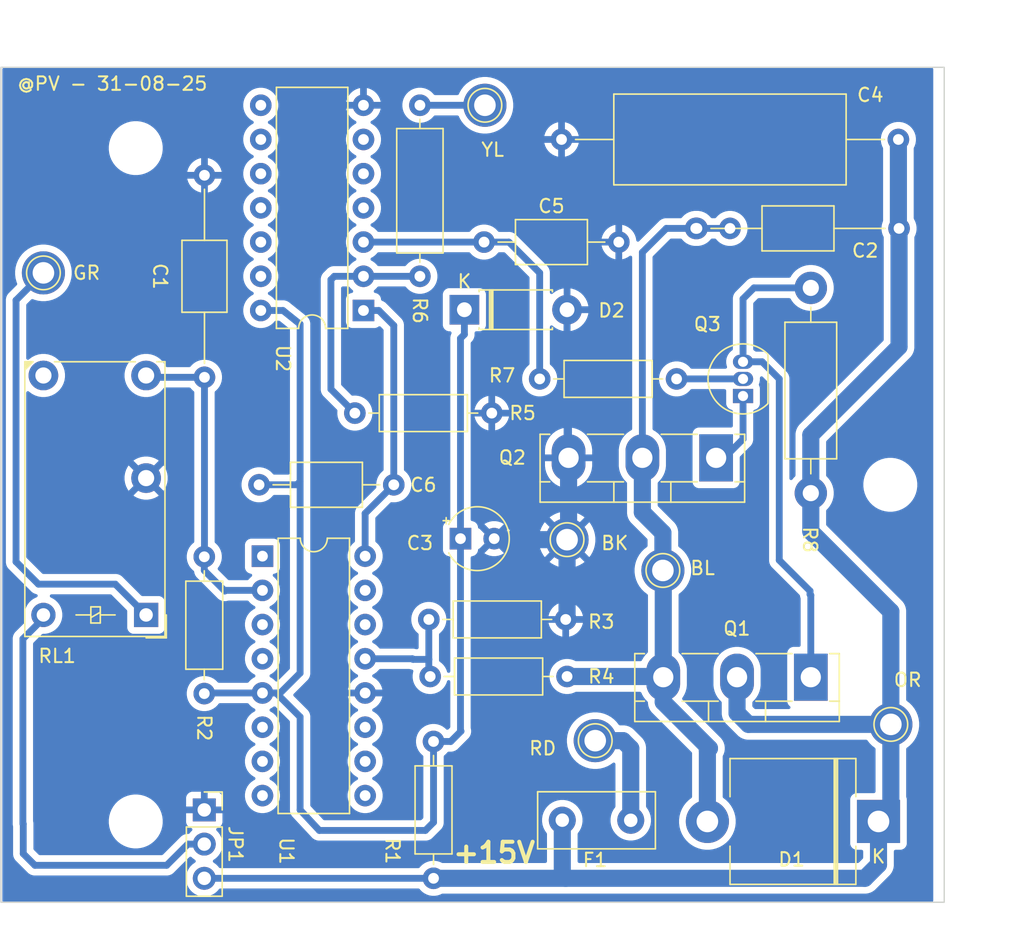
<source format=kicad_pcb>
(kicad_pcb (version 20241229) (generator "pcbnew") (generator_version "9.0")
  (title_block (title "Clone Commande KA") (date "2024-05-31") (rev "1") (company "Pascal Verdet"))
  (layers (0 "F.Cu" signal) (2 "B.Cu" signal) (13 "F.Paste" user) (15 "B.Paste" user) (5 "F.SilkS" user "F.Silkscreen") (7 "B.SilkS" user "B.Silkscreen") (1 "F.Mask" user) (3 "B.Mask" user) (25 "Edge.Cuts" user))
  (net 0 "")
  (net 1 "Net-(U1-D0)")
  (net 2 "GND")
  (net 3 "+15V")
  (net 4 "VCC")
  (net 5 "Net-(C5-Pad1)")
  (net 6 "Net-(U1-Q0)")
  (net 7 "Net-(BL1-Pin_1)")
  (net 8 "Net-(RD1-Pin_1)")
  (net 9 "Net-(GR1-Pin_1)")
  (net 10 "Net-(JP1-C)")
  (net 11 "Net-(Q1-B)")
  (net 12 "Net-(Q2-B)")
  (net 13 "Net-(Q3-B)")
  (net 14 "Net-(U1-E01)")
  (net 15 "Net-(R5-Pad1)")
  (net 28 "Net-(YL1-Pin_1)")
  (footprint "Resistor_THT:R_Axial_DIN0207_L6.3mm_D2.5mm_P10.16mm_Horizontal" (layer "F.Cu") (at 114.986 115.506 90)
    (property "Reference" "R2" (at -2.54 0 270) (layer "F.SilkS"))
    (property "Value" "1k")
    (fp_line (start 8.35 -1.37) (end 1.81 -1.37) (stroke (width 0.12)) (layer "F.SilkS"))
    (fp_line (start 1.81 -1.37) (end 1.81 1.37) (stroke (width 0.12)) (layer "F.SilkS"))
    (fp_line (start 9.12 0) (end 8.35 0) (stroke (width 0.12)) (layer "F.SilkS"))
    (fp_line (start 1.04 0) (end 1.81 0) (stroke (width 0.12)) (layer "F.SilkS"))
    (fp_line (start 8.35 1.37) (end 8.35 -1.37) (stroke (width 0.12)) (layer "F.SilkS"))
    (fp_line (start 1.81 1.37) (end 8.35 1.37) (stroke (width 0.12)) (layer "F.SilkS"))
    (pad "1" thru_hole circle (at 0 0 90) (size 1.6 1.6) (drill 0.8) (layers "*.Cu" "*.Mask") (net 4 "VCC"))
    (pad "2" thru_hole oval (at 10.16 0 90) (size 1.6 1.6) (drill 0.8) (layers "*.Cu" "*.Mask") (net 1 "Net-(U1-D0)"))
  )
  (footprint "MountingHole:MountingHole_3.5mm" (layer "F.Cu") (at 109.9 125)
    (property "Reference" "H2" (hide yes))
    (property "Value" "MountingHole")
    (pad "" np_thru_hole circle (at 0 0) (size 3.5 3.5) (drill 3.5) (layers "*.Cu" "*.Mask"))
  )
  (footprint "Diode_THT:D_P600_R-6_P12.70mm_Horizontal" (layer "F.Cu") (at 165.024 125 180)
    (property "Reference" "D1" (at 6.45 -2.825 180) (layer "F.SilkS"))
    (property "Value" "GI752")
    (fp_line (start 11.02 4.67) (end 11.02 1.84) (stroke (width 0.12)) (layer "F.SilkS"))
    (fp_line (start 11.02 -4.67) (end 11.02 -1.84) (stroke (width 0.12)) (layer "F.SilkS"))
    (fp_line (start 3.285 -4.67) (end 3.285 4.67) (stroke (width 0.12)) (layer "F.SilkS"))
    (fp_line (start 3.165 -4.67) (end 3.165 4.67) (stroke (width 0.12)) (layer "F.SilkS"))
    (fp_line (start 3.045 -4.67) (end 3.045 4.67) (stroke (width 0.12)) (layer "F.SilkS"))
    (fp_line (start 1.68 4.67) (end 11.02 4.67) (stroke (width 0.12)) (layer "F.SilkS"))
    (fp_line (start 1.68 1.84) (end 1.68 4.67) (stroke (width 0.12)) (layer "F.SilkS"))
    (fp_line (start 1.68 -1.84) (end 1.68 -4.67) (stroke (width 0.12)) (layer "F.SilkS"))
    (fp_line (start 1.68 -4.67) (end 11.02 -4.67) (stroke (width 0.12)) (layer "F.SilkS"))
    (fp_text user "K" (at 0 -2.6 180) (layer "F.SilkS"))
    (pad "1" thru_hole rect (at 0 0 180) (size 3.2 3.2) (drill 1.6) (layers "*.Cu" "*.Mask") (net 3 "+15V"))
    (pad "2" thru_hole oval (at 12.7 0 180) (size 3.2 3.2) (drill 1.6) (layers "*.Cu" "*.Mask") (net 7 "Net-(BL1-Pin_1)"))
  )
  (footprint "Package_TO_SOT_THT:TO-218-3_Vertical" (layer "F.Cu") (at 152.973 98 180)
    (property "Reference" "Q2" (at 15.127 0.02 0) (layer "F.SilkS"))
    (property "Value" "TIP141")
    (fp_line (start 13.065 -3.29) (end 13.065 1.75) (stroke (width 0.12)) (layer "F.SilkS"))
    (fp_line (start 12.35 1.75) (end 13.065 1.75) (stroke (width 0.12)) (layer "F.SilkS"))
    (fp_line (start 12.35 -1.78) (end 13.065 -1.78) (stroke (width 0.12)) (layer "F.SilkS"))
    (fp_line (start 7.59 -3.29) (end 7.59 -1.78) (stroke (width 0.12)) (layer "F.SilkS"))
    (fp_line (start 6.875 1.75) (end 9.55 1.75) (stroke (width 0.12)) (layer "F.SilkS"))
    (fp_line (start 6.875 -1.78) (end 9.55 -1.78) (stroke (width 0.12)) (layer "F.SilkS"))
    (fp_line (start 3.36 -3.29) (end 3.36 -1.78) (stroke (width 0.12)) (layer "F.SilkS"))
    (fp_line (start 1.4 1.75) (end 4.075 1.75) (stroke (width 0.12)) (layer "F.SilkS"))
    (fp_line (start 1.4 -1.78) (end 4.075 -1.78) (stroke (width 0.12)) (layer "F.SilkS"))
    (fp_line (start -2.115 1.75) (end -1.4 1.75) (stroke (width 0.12)) (layer "F.SilkS"))
    (fp_line (start -2.115 -1.78) (end -1.4 -1.78) (stroke (width 0.12)) (layer "F.SilkS"))
    (fp_line (start -2.115 -3.29) (end 13.065 -3.29) (stroke (width 0.12)) (layer "F.SilkS"))
    (fp_line (start -2.115 -3.29) (end -2.115 1.75) (stroke (width 0.12)) (layer "F.SilkS"))
    (pad "1" thru_hole rect (at 0 0 180) (size 2.5 3.5) (drill 1.5) (layers "*.Cu" "*.Mask") (net 12 "Net-(Q2-B)"))
    (pad "2" thru_hole oval (at 5.475 0 180) (size 2.5 3.5) (drill 1.5) (layers "*.Cu" "*.Mask") (net 7 "Net-(BL1-Pin_1)"))
    (pad "3" thru_hole oval (at 10.95 0 180) (size 2.5 3.5) (drill 1.5) (layers "*.Cu" "*.Mask") (net 2 "GND"))
  )
  (footprint "MountingHole:MountingHole_3.5mm" (layer "F.Cu") (at 109.9 75)
    (property "Reference" "H1" (hide yes))
    (property "Value" "MountingHole")
    (pad "" np_thru_hole circle (at 0 0) (size 3.5 3.5) (drill 3.5) (layers "*.Cu" "*.Mask"))
  )
  (footprint "Connector_Pin:Pin_D1.0mm_L10.0mm" (layer "F.Cu") (at 141.91 104.076)
    (property "Reference" "BK1" (hide yes))
    (property "Value" "BLACK")
    (fp_circle (center 0 0) (end 1.25 0.05) (stroke (width 0.12)) (fill no) (layer "F.SilkS"))
    (pad "1" thru_hole circle (at 0 0) (size 3.2 3.2) (drill 1.6) (layers "*.Cu" "*.Mask") (net 2 "GND"))
  )
  (footprint "Resistor_THT:R_Axial_DIN0207_L6.3mm_D2.5mm_P10.16mm_Horizontal" (layer "F.Cu") (at 131.65 110)
    (property "Reference" "R3" (at 12.8 0.172 0) (layer "F.SilkS"))
    (property "Value" "1k")
    (fp_line (start 1.04 0) (end 1.81 0) (stroke (width 0.12)) (layer "F.SilkS"))
    (fp_line (start 1.81 -1.37) (end 1.81 1.37) (stroke (width 0.12)) (layer "F.SilkS"))
    (fp_line (start 1.81 1.37) (end 8.35 1.37) (stroke (width 0.12)) (layer "F.SilkS"))
    (fp_line (start 8.35 -1.37) (end 1.81 -1.37) (stroke (width 0.12)) (layer "F.SilkS"))
    (fp_line (start 8.35 1.37) (end 8.35 -1.37) (stroke (width 0.12)) (layer "F.SilkS"))
    (fp_line (start 9.12 0) (end 8.35 0) (stroke (width 0.12)) (layer "F.SilkS"))
    (pad "1" thru_hole circle (at 0 0) (size 1.6 1.6) (drill 0.8) (layers "*.Cu" "*.Mask") (net 14 "Net-(U1-E01)"))
    (pad "2" thru_hole oval (at 10.16 0) (size 1.6 1.6) (drill 0.8) (layers "*.Cu" "*.Mask") (net 2 "GND"))
  )
  (footprint "Connector_Pin:Pin_D1.0mm_L10.0mm" (layer "F.Cu") (at 135.814 71.818)
    (property "Reference" "YL1" (hide yes))
    (property "Value" "YELLOW")
    (fp_circle (center 0 0) (end 1.25 0.05) (stroke (width 0.12)) (fill no) (layer "F.SilkS"))
    (pad "1" thru_hole circle (at 0 0) (size 3.2 3.2) (drill 1.6) (layers "*.Cu" "*.Mask") (net 28 "Net-(YL1-Pin_1)"))
  )
  (footprint "Connector_Pin:Pin_D1.0mm_L10.0mm" (layer "F.Cu") (at 144 119)
    (property "Reference" "RD1" (hide yes))
    (property "Value" "RED")
    (fp_circle (center 0 0) (end 1.25 0.05) (stroke (width 0.12)) (fill no) (layer "F.SilkS"))
    (pad "1" thru_hole circle (at 0 0) (size 3.2 3.2) (drill 1.6) (layers "*.Cu" "*.Mask") (net 8 "Net-(RD1-Pin_1)"))
  )
  (footprint "Package_DIP:DIP-14_W7.62mm" (layer "F.Cu") (at 126.8 87.058 180)
    (property "Reference" "U2" (at 5.972 -3.556 270) (layer "F.SilkS"))
    (property "Value" "74LS86")
    (fp_line (start 6.46 16.57) (end 6.46 -1.33) (stroke (width 0.12)) (layer "F.SilkS"))
    (fp_line (start 6.46 -1.33) (end 4.81 -1.33) (stroke (width 0.12)) (layer "F.SilkS"))
    (fp_line (start 2.81 -1.33) (end 1.16 -1.33) (stroke (width 0.12)) (layer "F.SilkS"))
    (fp_line (start 1.16 16.57) (end 6.46 16.57) (stroke (width 0.12)) (layer "F.SilkS"))
    (fp_line (start 1.16 -1.33) (end 1.16 16.57) (stroke (width 0.12)) (layer "F.SilkS"))
    (fp_arc (start 4.81 -1.33) (mid 3.81 -0.33) (end 2.81 -1.33) (stroke (width 0.12)) (layer "F.SilkS"))
    (pad "1" thru_hole rect (at 0 0 180) (size 1.6 1.6) (drill 0.8) (layers "*.Cu" "*.Mask") (net 6 "Net-(U1-Q0)"))
    (pad "2" thru_hole oval (at 0 2.54 180) (size 1.6 1.6) (drill 0.8) (layers "*.Cu" "*.Mask") (net 15 "Net-(R5-Pad1)"))
    (pad "3" thru_hole oval (at 0 5.08 180) (size 1.6 1.6) (drill 0.8) (layers "*.Cu" "*.Mask") (net 5 "Net-(C5-Pad1)"))
    (pad "4" thru_hole oval (at 0 7.62 180) (size 1.6 1.6) (drill 0.8) (layers "*.Cu" "*.Mask"))
    (pad "5" thru_hole oval (at 0 10.16 180) (size 1.6 1.6) (drill 0.8) (layers "*.Cu" "*.Mask"))
    (pad "6" thru_hole oval (at 0 12.7 180) (size 1.6 1.6) (drill 0.8) (layers "*.Cu" "*.Mask"))
    (pad "7" thru_hole oval (at 0 15.24 180) (size 1.6 1.6) (drill 0.8) (layers "*.Cu" "*.Mask") (net 2 "GND"))
    (pad "8" thru_hole oval (at 7.62 15.24 180) (size 1.6 1.6) (drill 0.8) (layers "*.Cu" "*.Mask"))
    (pad "9" thru_hole oval (at 7.62 12.7 180) (size 1.6 1.6) (drill 0.8) (layers "*.Cu" "*.Mask"))
    (pad "10" thru_hole oval (at 7.62 10.16 180) (size 1.6 1.6) (drill 0.8) (layers "*.Cu" "*.Mask"))
    (pad "11" thru_hole oval (at 7.62 7.62 180) (size 1.6 1.6) (drill 0.8) (layers "*.Cu" "*.Mask"))
    (pad "12" thru_hole oval (at 7.62 5.08 180) (size 1.6 1.6) (drill 0.8) (layers "*.Cu" "*.Mask"))
    (pad "13" thru_hole oval (at 7.62 2.54 180) (size 1.6 1.6) (drill 0.8) (layers "*.Cu" "*.Mask"))
    (pad "14" thru_hole oval (at 7.62 0 180) (size 1.6 1.6) (drill 0.8) (layers "*.Cu" "*.Mask") (net 4 "VCC"))
  )
  (footprint "MountingHole:MountingHole_3.5mm" (layer "F.Cu") (at 165.9 100)
    (property "Reference" "H3" (hide yes))
    (property "Value" "MountingHole")
    (pad "" np_thru_hole circle (at 0 0) (size 3.5 3.5) (drill 3.5) (layers "*.Cu" "*.Mask"))
  )
  (footprint "Fuse:Fuse_Littelfuse_395Series" (layer "F.Cu") (at 146.636 124.914 180)
    (property "Reference" "F1" (at 2.65 -2.95 0) (layer "F.SilkS"))
    (property "Value" "Polyfuse")
    (fp_line (start 6.91 2.12) (end 6.91 -2.12) (stroke (width 0.12)) (layer "F.SilkS"))
    (fp_line (start 6.91 2.12) (end -1.83 2.12) (stroke (width 0.12)) (layer "F.SilkS"))
    (fp_line (start -1.83 -2.12) (end 6.91 -2.12) (stroke (width 0.12)) (layer "F.SilkS"))
    (fp_line (start -1.83 -2.12) (end -1.83 2.12) (stroke (width 0.12)) (layer "F.SilkS"))
    (pad "1" thru_hole circle (at 0 0 180) (size 2 2) (drill 1) (layers "*.Cu" "*.Mask") (net 8 "Net-(RD1-Pin_1)"))
    (pad "2" thru_hole circle (at 5.08 0.01 180) (size 2 2) (drill 1) (layers "*.Cu" "*.Mask") (net 3 "+15V"))
  )
  (footprint "Capacitor_THT:C_Axial_L5.1mm_D3.1mm_P15.00mm_Horizontal" (layer "F.Cu") (at 166.548 80.962 180)
    (property "Reference" "C2" (at 2.513 -1.651 180) (layer "F.SilkS"))
    (property "Value" "0.1µF, 63V")
    (fp_line (start 13.96 0) (end 10.17 0) (stroke (width 0.12)) (layer "F.SilkS"))
    (fp_line (start 10.17 1.67) (end 10.17 -1.67) (stroke (width 0.12)) (layer "F.SilkS"))
    (fp_line (start 10.17 -1.67) (end 4.83 -1.67) (stroke (width 0.12)) (layer "F.SilkS"))
    (fp_line (start 4.83 1.67) (end 10.17 1.67) (stroke (width 0.12)) (layer "F.SilkS"))
    (fp_line (start 4.83 -1.67) (end 4.83 1.67) (stroke (width 0.12)) (layer "F.SilkS"))
    (fp_line (start 1.04 0) (end 4.83 0) (stroke (width 0.12)) (layer "F.SilkS"))
    (pad "1" thru_hole circle (at 0 0 180) (size 1.6 1.6) (drill 0.8) (layers "*.Cu" "*.Mask") (net 3 "+15V"))
    (pad "2" thru_hole oval (at 15 0 180) (size 1.6 1.6) (drill 0.8) (layers "*.Cu" "*.Mask") (net 7 "Net-(BL1-Pin_1)"))
  )
  (footprint "Resistor_THT:R_Axial_DIN0207_L6.3mm_D2.5mm_P10.16mm_Horizontal" (layer "F.Cu") (at 132 129.222 90)
    (property "Reference" "R1" (at 2.032 -3.044 270) (layer "F.SilkS"))
    (property "Value" "390, 1W")
    (fp_line (start 8.35 -1.37) (end 1.81 -1.37) (stroke (width 0.12)) (layer "F.SilkS"))
    (fp_line (start 1.81 -1.37) (end 1.81 1.37) (stroke (width 0.12)) (layer "F.SilkS"))
    (fp_line (start 9.12 0) (end 8.35 0) (stroke (width 0.12)) (layer "F.SilkS"))
    (fp_line (start 1.04 0) (end 1.81 0) (stroke (width 0.12)) (layer "F.SilkS"))
    (fp_line (start 8.35 1.37) (end 8.35 -1.37) (stroke (width 0.12)) (layer "F.SilkS"))
    (fp_line (start 1.81 1.37) (end 8.35 1.37) (stroke (width 0.12)) (layer "F.SilkS"))
    (pad "1" thru_hole circle (at 0 0 90) (size 1.6 1.6) (drill 0.8) (layers "*.Cu" "*.Mask") (net 3 "+15V"))
    (pad "2" thru_hole oval (at 10.16 0 90) (size 1.6 1.6) (drill 0.8) (layers "*.Cu" "*.Mask") (net 4 "VCC"))
  )
  (footprint "Capacitor_THT:C_Axial_L5.1mm_D3.1mm_P10.00mm_Horizontal" (layer "F.Cu") (at 135.75 81.978)
    (property "Reference" "C5" (at 5 -2.67 0) (layer "F.SilkS"))
    (property "Value" "0.1µF, 250V")
    (fp_line (start 1.04 0) (end 2.33 0) (stroke (width 0.12)) (layer "F.SilkS"))
    (fp_line (start 2.33 -1.67) (end 2.33 1.67) (stroke (width 0.12)) (layer "F.SilkS"))
    (fp_line (start 2.33 1.67) (end 7.67 1.67) (stroke (width 0.12)) (layer "F.SilkS"))
    (fp_line (start 7.67 -1.67) (end 2.33 -1.67) (stroke (width 0.12)) (layer "F.SilkS"))
    (fp_line (start 7.67 1.67) (end 7.67 -1.67) (stroke (width 0.12)) (layer "F.SilkS"))
    (fp_line (start 8.96 0) (end 7.67 0) (stroke (width 0.12)) (layer "F.SilkS"))
    (pad "1" thru_hole circle (at 0 0) (size 1.6 1.6) (drill 0.8) (layers "*.Cu" "*.Mask") (net 5 "Net-(C5-Pad1)"))
    (pad "2" thru_hole oval (at 10 0) (size 1.6 1.6) (drill 0.8) (layers "*.Cu" "*.Mask") (net 2 "GND"))
  )
  (footprint "" (layer "F.Cu") (at 154.002 80.962)
    (property "Reference" "" (at 0 0 0) (layer "F.SilkS") (effects (font (size 1.27 1.27))))
    (property "Value" "" (at 0 0 0) (layer "F.SilkS") (effects (font (size 1.27 1.27))))
    (pad "2" thru_hole oval (at 0 0 180) (size 1.6 1.6) (drill 0.8) (layers "*.Cu" "*.Mask") (net 7 "Net-(BL1-Pin_1)"))
  )
  (footprint "Package_TO_SOT_THT:TO-218-3_Vertical" (layer "F.Cu") (at 160 114.288 180)
    (property "Reference" "Q1" (at 5.49 3.608 0) (layer "F.SilkS"))
    (property "Value" "TIP141")
    (fp_line (start 13.065 -3.29) (end 13.065 1.75) (stroke (width 0.12)) (layer "F.SilkS"))
    (fp_line (start 12.35 1.75) (end 13.065 1.75) (stroke (width 0.12)) (layer "F.SilkS"))
    (fp_line (start 12.35 -1.78) (end 13.065 -1.78) (stroke (width 0.12)) (layer "F.SilkS"))
    (fp_line (start 7.59 -3.29) (end 7.59 -1.78) (stroke (width 0.12)) (layer "F.SilkS"))
    (fp_line (start 6.875 1.75) (end 9.55 1.75) (stroke (width 0.12)) (layer "F.SilkS"))
    (fp_line (start 6.875 -1.78) (end 9.55 -1.78) (stroke (width 0.12)) (layer "F.SilkS"))
    (fp_line (start 3.36 -3.29) (end 3.36 -1.78) (stroke (width 0.12)) (layer "F.SilkS"))
    (fp_line (start 1.4 1.75) (end 4.075 1.75) (stroke (width 0.12)) (layer "F.SilkS"))
    (fp_line (start 1.4 -1.78) (end 4.075 -1.78) (stroke (width 0.12)) (layer "F.SilkS"))
    (fp_line (start -2.115 1.75) (end -1.4 1.75) (stroke (width 0.12)) (layer "F.SilkS"))
    (fp_line (start -2.115 -1.78) (end -1.4 -1.78) (stroke (width 0.12)) (layer "F.SilkS"))
    (fp_line (start -2.115 -3.29) (end 13.065 -3.29) (stroke (width 0.12)) (layer "F.SilkS"))
    (fp_line (start -2.115 -3.29) (end -2.115 1.75) (stroke (width 0.12)) (layer "F.SilkS"))
    (pad "1" thru_hole rect (at 0 0 180) (size 2.5 3.5) (drill 1.5) (layers "*.Cu" "*.Mask") (net 11 "Net-(Q1-B)"))
    (pad "2" thru_hole oval (at 5.475 0 180) (size 2.5 3.5) (drill 1.5) (layers "*.Cu" "*.Mask") (net 3 "+15V"))
    (pad "3" thru_hole oval (at 10.95 0 180) (size 2.5 3.5) (drill 1.5) (layers "*.Cu" "*.Mask") (net 7 "Net-(BL1-Pin_1)"))
  )
  (footprint "Resistor_THT:R_Axial_DIN0207_L6.3mm_D2.5mm_P10.16mm_Horizontal" (layer "F.Cu") (at 141.91 114.236 180)
    (property "Reference" "R4" (at -2.54 0 0) (layer "F.SilkS"))
    (property "Value" "2k4, 1/2W")
    (fp_line (start 9.12 0) (end 8.35 0) (stroke (width 0.12)) (layer "F.SilkS"))
    (fp_line (start 8.35 1.37) (end 8.35 -1.37) (stroke (width 0.12)) (layer "F.SilkS"))
    (fp_line (start 8.35 -1.37) (end 1.81 -1.37) (stroke (width 0.12)) (layer "F.SilkS"))
    (fp_line (start 1.81 1.37) (end 8.35 1.37) (stroke (width 0.12)) (layer "F.SilkS"))
    (fp_line (start 1.81 -1.37) (end 1.81 1.37) (stroke (width 0.12)) (layer "F.SilkS"))
    (fp_line (start 1.04 0) (end 1.81 0) (stroke (width 0.12)) (layer "F.SilkS"))
    (pad "1" thru_hole circle (at 0 0 180) (size 1.6 1.6) (drill 0.8) (layers "*.Cu" "*.Mask") (net 7 "Net-(BL1-Pin_1)"))
    (pad "2" thru_hole oval (at 10.16 0 180) (size 1.6 1.6) (drill 0.8) (layers "*.Cu" "*.Mask") (net 14 "Net-(U1-E01)"))
  )
  (footprint "Connector_Pin:Pin_D1.0mm_L10.0mm" (layer "F.Cu") (at 103.048 84.264)
    (property "Reference" "GR1" (hide yes))
    (property "Value" "GREEN")
    (fp_circle (center 0 0) (end 1.25 0.05) (stroke (width 0.12)) (fill no) (layer "F.SilkS"))
    (pad "1" thru_hole circle (at 0 0) (size 3.2 3.2) (drill 1.6) (layers "*.Cu" "*.Mask") (net 9 "Net-(GR1-Pin_1)"))
  )
  (footprint "Package_TO_SOT_THT:TO-92_Inline" (layer "F.Cu") (at 154.97 93.408 90)
    (property "Reference" "Q3" (at 5.334 -2.646 180) (layer "F.SilkS"))
    (property "Value" "2N3904")
    (fp_line (start -0.53 1.85) (end 3.07 1.85) (stroke (width 0.12)) (layer "F.SilkS"))
    (fp_arc (start 1.27 -2.6) (mid 3.672087 -0.994977) (end 3.108478 1.838478) (stroke (width 0.12)) (layer "F.SilkS"))
    (fp_arc (start -0.568478 1.838478) (mid -1.132087 -0.994977) (end 1.27 -2.6) (stroke (width 0.12)) (layer "F.SilkS"))
    (pad "1" thru_hole rect (at 0 0 90) (size 1.05 1.5) (drill 0.75) (layers "*.Cu" "*.Mask") (net 12 "Net-(Q2-B)"))
    (pad "2" thru_hole oval (at 1.27 0 90) (size 1.05 1.5) (drill 0.75) (layers "*.Cu" "*.Mask") (net 13 "Net-(Q3-B)"))
    (pad "3" thru_hole oval (at 2.54 0 90) (size 1.05 1.5) (drill 0.75) (layers "*.Cu" "*.Mask") (net 11 "Net-(Q1-B)"))
  )
  (footprint "Connector_Pin:Pin_D1.0mm_L10.0mm" (layer "F.Cu") (at 149.022 106.362)
    (property "Reference" "BL1" (hide yes))
    (property "Value" "BLUE")
    (fp_circle (center 0 0) (end 1.25 0.05) (stroke (width 0.12)) (fill no) (layer "F.SilkS"))
    (pad "1" thru_hole circle (at 0 0) (size 3.2 3.2) (drill 1.6) (layers "*.Cu" "*.Mask") (net 7 "Net-(BL1-Pin_1)"))
  )
  (footprint "Relay_THT:Relay_SPDT_Finder_32.21-x000" (layer "F.Cu") (at 110.668 109.664 90)
    (property "Reference" "RL1" (at -3.048 -6.604 180) (layer "F.SilkS"))
    (property "Value" "FINDER-32.21-x000")
    (fp_line (start 18.8 -9) (end 18.8 -8.4) (stroke (width 0.12)) (layer "F.SilkS"))
    (fp_line (start 18.6 -9) (end 18.8 -8.8) (stroke (width 0.12)) (layer "F.SilkS"))
    (fp_line (start 18.2 -9) (end 18.8 -8.4) (stroke (width 0.12)) (layer "F.SilkS"))
    (fp_line (start -1.6 -9) (end 18.8 -9) (stroke (width 0.12)) (layer "F.SilkS"))
    (fp_line (start 18.8 -8.7) (end 18.4 -9) (stroke (width 0.12)) (layer "F.SilkS"))
    (fp_line (start 18.8 -8.6) (end 18.4 -9) (stroke (width 0.12)) (layer "F.SilkS"))
    (fp_line (start 18.8 -8.5) (end 18.3 -9) (stroke (width 0.12)) (layer "F.SilkS"))
    (fp_line (start 18.8 -6.8) (end 18.8 -0.8) (stroke (width 0.12)) (layer "F.SilkS"))
    (fp_line (start 0.6 -4.1) (end -0.6 -4.1) (stroke (width 0.12)) (layer "F.SilkS"))
    (fp_line (start 0 -4.1) (end 0 -5.2) (stroke (width 0.12)) (layer "F.SilkS"))
    (fp_line (start -0.6 -4.1) (end -0.6 -3.4) (stroke (width 0.12)) (layer "F.SilkS"))
    (fp_line (start 0.6 -3.4) (end 0.6 -4.1) (stroke (width 0.12)) (layer "F.SilkS"))
    (fp_line (start 0.2 -3.4) (end -0.2 -4.1) (stroke (width 0.12)) (layer "F.SilkS"))
    (fp_line (start 0 -3.4) (end 0 -2.3) (stroke (width 0.12)) (layer "F.SilkS"))
    (fp_line (start -0.6 -3.4) (end 0.6 -3.4) (stroke (width 0.12)) (layer "F.SilkS"))
    (fp_line (start 18.8 0.8) (end 18.8 1.4) (stroke (width 0.12)) (layer "F.SilkS"))
    (fp_line (start 18.8 1.4) (end -1.6 1.4) (stroke (width 0.12)) (layer "F.SilkS"))
    (fp_line (start -1.6 1.4) (end -1.6 -9) (stroke (width 0.12)) (layer "F.SilkS"))
    (fp_line (start 0 1.5) (end -1.7 1.5) (stroke (width 0.12)) (layer "F.SilkS"))
    (fp_line (start -1.7 1.5) (end -1.7 0) (stroke (width 0.12)) (layer "F.SilkS"))
    (pad "11" thru_hole circle (at 10.16 0 180) (size 2.2 2.2) (drill 1.2) (layers "*.Cu" "*.Mask") (net 2 "GND"))
    (pad "12" thru_hole circle (at 17.78 -7.62 180) (size 2.2 2.2) (drill 1.2) (layers "*.Cu" "*.Mask"))
    (pad "14" thru_hole circle (at 17.78 0 180) (size 2.2 2.2) (drill 1.2) (layers "*.Cu" "*.Mask") (net 1 "Net-(U1-D0)"))
    (pad "A1" thru_hole rect (at 0 0 180) (size 1.8 1.8) (drill 1) (layers "*.Cu" "*.Mask") (net 9 "Net-(GR1-Pin_1)"))
    (pad "A2" thru_hole circle (at 0 -7.62 180) (size 1.8 1.8) (drill 1) (layers "*.Cu" "*.Mask") (net 10 "Net-(JP1-C)"))
  )
  (footprint "Resistor_THT:R_Axial_DIN0411_L9.9mm_D3.6mm_P15.24mm_Horizontal" (layer "F.Cu") (at 160 100.62 90)
    (property "Reference" "R8" (at -3.456 -0.056 270) (layer "F.SilkS"))
    (property "Value" "680, 1W")
    (fp_line (start 12.69 -1.92) (end 2.55 -1.92) (stroke (width 0.12)) (layer "F.SilkS"))
    (fp_line (start 2.55 -1.92) (end 2.55 1.92) (stroke (width 0.12)) (layer "F.SilkS"))
    (fp_line (start 13.8 0) (end 12.69 0) (stroke (width 0.12)) (layer "F.SilkS"))
    (fp_line (start 1.44 0) (end 2.55 0) (stroke (width 0.12)) (layer "F.SilkS"))
    (fp_line (start 12.69 1.92) (end 12.69 -1.92) (stroke (width 0.12)) (layer "F.SilkS"))
    (fp_line (start 2.55 1.92) (end 12.69 1.92) (stroke (width 0.12)) (layer "F.SilkS"))
    (pad "1" thru_hole circle (at 0 0 90) (size 2.4 2.4) (drill 1.2) (layers "*.Cu" "*.Mask") (net 3 "+15V"))
    (pad "2" thru_hole oval (at 15.24 0 90) (size 2.4 2.4) (drill 1.2) (layers "*.Cu" "*.Mask") (net 11 "Net-(Q1-B)"))
  )
  (footprint "Diode_THT:D_DO-41_SOD81_P7.62mm_Horizontal" (layer "F.Cu") (at 134.29 87)
    (property "Reference" "D2" (at 10.922 0.058 0) (layer "F.SilkS"))
    (property "Value" "BZX85C5V1")
    (fp_line (start 1.09 -1.47) (end 6.53 -1.47) (stroke (width 0.12)) (layer "F.SilkS"))
    (fp_line (start 1.09 -1.34) (end 1.09 -1.47) (stroke (width 0.12)) (layer "F.SilkS"))
    (fp_line (start 1.09 1.34) (end 1.09 1.47) (stroke (width 0.12)) (layer "F.SilkS"))
    (fp_line (start 1.09 1.47) (end 6.53 1.47) (stroke (width 0.12)) (layer "F.SilkS"))
    (fp_line (start 1.87 -1.47) (end 1.87 1.47) (stroke (width 0.12)) (layer "F.SilkS"))
    (fp_line (start 1.99 -1.47) (end 1.99 1.47) (stroke (width 0.12)) (layer "F.SilkS"))
    (fp_line (start 2.11 -1.47) (end 2.11 1.47) (stroke (width 0.12)) (layer "F.SilkS"))
    (fp_line (start 6.53 -1.47) (end 6.53 -1.34) (stroke (width 0.12)) (layer "F.SilkS"))
    (fp_line (start 6.53 1.47) (end 6.53 1.34) (stroke (width 0.12)) (layer "F.SilkS"))
    (fp_text user "K" (at 0 -2.1 0) (layer "F.SilkS"))
    (pad "1" thru_hole rect (at 0 0) (size 2.2 2.2) (drill 1.1) (layers "*.Cu" "*.Mask") (net 4 "VCC"))
    (pad "2" thru_hole oval (at 7.62 0) (size 2.2 2.2) (drill 1.1) (layers "*.Cu" "*.Mask") (net 2 "GND"))
  )
  (footprint "Capacitor_THT:C_Axial_L5.1mm_D3.1mm_P10.00mm_Horizontal" (layer "F.Cu") (at 119.05 100)
    (property "Reference" "C6" (at 12.192 0.012 0) (layer "F.SilkS"))
    (property "Value" "0.22µF")
    (fp_line (start 1.04 0) (end 2.33 0) (stroke (width 0.12)) (layer "F.SilkS"))
    (fp_line (start 2.33 -1.67) (end 2.33 1.67) (stroke (width 0.12)) (layer "F.SilkS"))
    (fp_line (start 2.33 1.67) (end 7.67 1.67) (stroke (width 0.12)) (layer "F.SilkS"))
    (fp_line (start 7.67 -1.67) (end 2.33 -1.67) (stroke (width 0.12)) (layer "F.SilkS"))
    (fp_line (start 7.67 1.67) (end 7.67 -1.67) (stroke (width 0.12)) (layer "F.SilkS"))
    (fp_line (start 8.96 0) (end 7.67 0) (stroke (width 0.12)) (layer "F.SilkS"))
    (pad "1" thru_hole circle (at 0 0) (size 1.6 1.6) (drill 0.8) (layers "*.Cu" "*.Mask") (net 4 "VCC"))
    (pad "2" thru_hole oval (at 10 0) (size 1.6 1.6) (drill 0.8) (layers "*.Cu" "*.Mask") (net 6 "Net-(U1-Q0)"))
  )
  (footprint "Package_DIP:DIP-16_W7.62mm" (layer "F.Cu") (at 119.304 105.3)
    (property "Reference" "U1" (at 1.778 21.89 270) (layer "F.SilkS"))
    (property "Value" "74LS75")
    (fp_line (start 1.16 -1.33) (end 1.16 19.11) (stroke (width 0.12)) (layer "F.SilkS"))
    (fp_line (start 1.16 19.11) (end 6.46 19.11) (stroke (width 0.12)) (layer "F.SilkS"))
    (fp_line (start 2.81 -1.33) (end 1.16 -1.33) (stroke (width 0.12)) (layer "F.SilkS"))
    (fp_line (start 6.46 -1.33) (end 4.81 -1.33) (stroke (width 0.12)) (layer "F.SilkS"))
    (fp_line (start 6.46 19.11) (end 6.46 -1.33) (stroke (width 0.12)) (layer "F.SilkS"))
    (fp_arc (start 4.81 -1.33) (mid 3.81 -0.33) (end 2.81 -1.33) (stroke (width 0.12)) (layer "F.SilkS"))
    (pad "1" thru_hole rect (at 0 0) (size 1.6 1.6) (drill 0.8) (layers "*.Cu" "*.Mask"))
    (pad "2" thru_hole oval (at 0 2.54) (size 1.6 1.6) (drill 0.8) (layers "*.Cu" "*.Mask") (net 1 "Net-(U1-D0)"))
    (pad "3" thru_hole oval (at 0 5.08) (size 1.6 1.6) (drill 0.8) (layers "*.Cu" "*.Mask"))
    (pad "4" thru_hole oval (at 0 7.62) (size 1.6 1.6) (drill 0.8) (layers "*.Cu" "*.Mask"))
    (pad "5" thru_hole oval (at 0 10.16) (size 1.6 1.6) (drill 0.8) (layers "*.Cu" "*.Mask") (net 4 "VCC"))
    (pad "6" thru_hole oval (at 0 12.7) (size 1.6 1.6) (drill 0.8) (layers "*.Cu" "*.Mask"))
    (pad "7" thru_hole oval (at 0 15.24) (size 1.6 1.6) (drill 0.8) (layers "*.Cu" "*.Mask"))
    (pad "8" thru_hole oval (at 0 17.78) (size 1.6 1.6) (drill 0.8) (layers "*.Cu" "*.Mask"))
    (pad "9" thru_hole oval (at 7.62 17.78) (size 1.6 1.6) (drill 0.8) (layers "*.Cu" "*.Mask"))
    (pad "10" thru_hole oval (at 7.62 15.24) (size 1.6 1.6) (drill 0.8) (layers "*.Cu" "*.Mask"))
    (pad "11" thru_hole oval (at 7.62 12.7) (size 1.6 1.6) (drill 0.8) (layers "*.Cu" "*.Mask"))
    (pad "12" thru_hole oval (at 7.62 10.16) (size 1.6 1.6) (drill 0.8) (layers "*.Cu" "*.Mask") (net 2 "GND"))
    (pad "13" thru_hole oval (at 7.62 7.62) (size 1.6 1.6) (drill 0.8) (layers "*.Cu" "*.Mask") (net 14 "Net-(U1-E01)"))
    (pad "14" thru_hole oval (at 7.62 5.08) (size 1.6 1.6) (drill 0.8) (layers "*.Cu" "*.Mask"))
    (pad "15" thru_hole oval (at 7.62 2.54) (size 1.6 1.6) (drill 0.8) (layers "*.Cu" "*.Mask"))
    (pad "16" thru_hole oval (at 7.62 0) (size 1.6 1.6) (drill 0.8) (layers "*.Cu" "*.Mask") (net 6 "Net-(U1-Q0)"))
  )
  (footprint "Resistor_THT:R_Axial_DIN0207_L6.3mm_D2.5mm_P10.16mm_Horizontal" (layer "F.Cu") (at 126.162 94.678)
    (property "Reference" "R5" (at 12.446 0 0) (layer "F.SilkS"))
    (property "Value" "1k")
    (fp_line (start 1.04 0) (end 1.81 0) (stroke (width 0.12)) (layer "F.SilkS"))
    (fp_line (start 1.81 -1.37) (end 1.81 1.37) (stroke (width 0.12)) (layer "F.SilkS"))
    (fp_line (start 1.81 1.37) (end 8.35 1.37) (stroke (width 0.12)) (layer "F.SilkS"))
    (fp_line (start 8.35 -1.37) (end 1.81 -1.37) (stroke (width 0.12)) (layer "F.SilkS"))
    (fp_line (start 8.35 1.37) (end 8.35 -1.37) (stroke (width 0.12)) (layer "F.SilkS"))
    (fp_line (start 9.12 0) (end 8.35 0) (stroke (width 0.12)) (layer "F.SilkS"))
    (pad "1" thru_hole circle (at 0 0) (size 1.6 1.6) (drill 0.8) (layers "*.Cu" "*.Mask") (net 15 "Net-(R5-Pad1)"))
    (pad "2" thru_hole oval (at 10.16 0) (size 1.6 1.6) (drill 0.8) (layers "*.Cu" "*.Mask") (net 2 "GND"))
  )
  (footprint "Capacitor_THT:C_Axial_L5.1mm_D3.1mm_P15.00mm_Horizontal" (layer "F.Cu") (at 115 92.018 90)
    (property "Reference" "C1" (at 7.5 -3.289 270) (layer "F.SilkS"))
    (property "Value" "0.22µF")
    (fp_line (start 10.17 -1.67) (end 4.83 -1.67) (stroke (width 0.12)) (layer "F.SilkS"))
    (fp_line (start 4.83 -1.67) (end 4.83 1.67) (stroke (width 0.12)) (layer "F.SilkS"))
    (fp_line (start 13.96 0) (end 10.17 0) (stroke (width 0.12)) (layer "F.SilkS"))
    (fp_line (start 1.04 0) (end 4.83 0) (stroke (width 0.12)) (layer "F.SilkS"))
    (fp_line (start 10.17 1.67) (end 10.17 -1.67) (stroke (width 0.12)) (layer "F.SilkS"))
    (fp_line (start 4.83 1.67) (end 10.17 1.67) (stroke (width 0.12)) (layer "F.SilkS"))
    (pad "1" thru_hole circle (at 0 0 90) (size 1.6 1.6) (drill 0.8) (layers "*.Cu" "*.Mask") (net 1 "Net-(U1-D0)"))
    (pad "2" thru_hole oval (at 15 0 90) (size 1.6 1.6) (drill 0.8) (layers "*.Cu" "*.Mask") (net 2 "GND"))
  )
  (footprint "" (layer "F.Cu") (at 151.462 80.962)
    (property "Reference" "" (at 0 0 0) (layer "F.SilkS") (effects (font (size 1.27 1.27))))
    (property "Value" "" (at 0 0 0) (layer "F.SilkS") (effects (font (size 1.27 1.27))))
    (pad "2" thru_hole oval (at 0 0 180) (size 1.6 1.6) (drill 0.8) (layers "*.Cu" "*.Mask") (net 7 "Net-(BL1-Pin_1)"))
  )
  (footprint "Capacitor_THT:CP_Radial_Tantal_D4.5mm_P2.50mm" (layer "F.Cu") (at 134 104)
    (property "Reference" "C3" (at -3.012 0.33 0) (layer "F.SilkS"))
    (property "Value" "10µF, 16V")
    (fp_line (start -1.287288 -1.335) (end -0.837288 -1.335) (stroke (width 0.12)) (layer "F.SilkS"))
    (fp_line (start -1.062288 -1.56) (end -1.062288 -1.11) (stroke (width 0.12)) (layer "F.SilkS"))
    (fp_arc (start -0.869741 -1.06) (mid 3.62 0) (end -0.869741 1.06) (stroke (width 0.12)) (layer "F.SilkS"))
    (pad "1" thru_hole rect (at 0 0) (size 1.6 1.6) (drill 0.8) (layers "*.Cu" "*.Mask") (net 4 "VCC"))
    (pad "2" thru_hole circle (at 2.5 0) (size 1.6 1.6) (drill 0.8) (layers "*.Cu" "*.Mask") (net 2 "GND"))
  )
  (footprint "Connector_Pin:Pin_D1.0mm_L10.0mm" (layer "F.Cu") (at 165.94 117.792)
    (property "Reference" "OR1" (hide yes))
    (property "Value" "ORANGE")
    (fp_circle (center 0 0) (end 1.25 0.05) (stroke (width 0.12)) (fill no) (layer "F.SilkS"))
    (pad "1" thru_hole circle (at 0 0) (size 3.2 3.2) (drill 1.6) (layers "*.Cu" "*.Mask") (net 3 "+15V"))
  )
  (footprint "Resistor_THT:R_Axial_DIN0309_L9.0mm_D3.2mm_P12.70mm_Horizontal" (layer "F.Cu") (at 130.988 71.818 -90)
    (property "Reference" "R6" (at 15.24 0 270) (layer "F.SilkS"))
    (property "Value" "2k4, 1/2W")
    (fp_line (start 1.73 1.72) (end 10.97 1.72) (stroke (width 0.12)) (layer "F.SilkS"))
    (fp_line (start 10.97 1.72) (end 10.97 -1.72) (stroke (width 0.12)) (layer "F.SilkS"))
    (fp_line (start 1.04 0) (end 1.73 0) (stroke (width 0.12)) (layer "F.SilkS"))
    (fp_line (start 11.66 0) (end 10.97 0) (stroke (width 0.12)) (layer "F.SilkS"))
    (fp_line (start 1.73 -1.72) (end 1.73 1.72) (stroke (width 0.12)) (layer "F.SilkS"))
    (fp_line (start 10.97 -1.72) (end 1.73 -1.72) (stroke (width 0.12)) (layer "F.SilkS"))
    (pad "1" thru_hole circle (at 0 0 270) (size 1.6 1.6) (drill 0.8) (layers "*.Cu" "*.Mask") (net 28 "Net-(YL1-Pin_1)"))
    (pad "2" thru_hole oval (at 12.7 0 270) (size 1.6 1.6) (drill 0.8) (layers "*.Cu" "*.Mask") (net 15 "Net-(R5-Pad1)"))
  )
  (footprint "Capacitor_THT:C_Axial_L17.0mm_D6.5mm_P25.00mm_Horizontal" (layer "F.Cu") (at 166.5 74.358 180)
    (property "Reference" "C4" (at 2.084 3.302 0) (layer "F.SilkS"))
    (property "Value" "1µ, 250V")
    (fp_line (start 23.96 0) (end 21.12 0) (stroke (width 0.12)) (layer "F.SilkS"))
    (fp_line (start 21.12 3.37) (end 21.12 -3.37) (stroke (width 0.12)) (layer "F.SilkS"))
    (fp_line (start 21.12 -3.37) (end 3.88 -3.37) (stroke (width 0.12)) (layer "F.SilkS"))
    (fp_line (start 3.88 3.37) (end 21.12 3.37) (stroke (width 0.12)) (layer "F.SilkS"))
    (fp_line (start 3.88 -3.37) (end 3.88 3.37) (stroke (width 0.12)) (layer "F.SilkS"))
    (fp_line (start 1.04 0) (end 3.88 0) (stroke (width 0.12)) (layer "F.SilkS"))
    (pad "1" thru_hole circle (at 0 0 180) (size 1.6 1.6) (drill 0.8) (layers "*.Cu" "*.Mask") (net 3 "+15V"))
    (pad "2" thru_hole oval (at 25 0 180) (size 1.6 1.6) (drill 0.8) (layers "*.Cu" "*.Mask") (net 2 "GND"))
  )
  (footprint "Connector_PinSocket_2.54mm:PinSocket_1x03_P2.54mm_Vertical" (layer "F.Cu") (at 114.986 124.142)
    (property "Reference" "JP1" (at 2.314 2.558 270) (layer "F.SilkS"))
    (property "Value" "Jumper_3_Bridged12")
    (fp_line (start -1.33 1.27) (end -1.33 6.41) (stroke (width 0.12)) (layer "F.SilkS"))
    (fp_line (start -1.33 1.27) (end 1.33 1.27) (stroke (width 0.12)) (layer "F.SilkS"))
    (fp_line (start -1.33 6.41) (end 1.33 6.41) (stroke (width 0.12)) (layer "F.SilkS"))
    (fp_line (start 0 -1.33) (end 1.33 -1.33) (stroke (width 0.12)) (layer "F.SilkS"))
    (fp_line (start 1.33 -1.33) (end 1.33 0) (stroke (width 0.12)) (layer "F.SilkS"))
    (fp_line (start 1.33 1.27) (end 1.33 6.41) (stroke (width 0.12)) (layer "F.SilkS"))
    (pad "1" thru_hole rect (at 0 0) (size 1.7 1.7) (drill 1) (layers "*.Cu" "*.Mask") (net 2 "GND"))
    (pad "2" thru_hole oval (at 0 2.54) (size 1.7 1.7) (drill 1) (layers "*.Cu" "*.Mask") (net 10 "Net-(JP1-C)"))
    (pad "3" thru_hole oval (at 0 5.08) (size 1.7 1.7) (drill 1) (layers "*.Cu" "*.Mask") (net 3 "+15V"))
  )
  (footprint "Resistor_THT:R_Axial_DIN0207_L6.3mm_D2.5mm_P10.16mm_Horizontal" (layer "F.Cu") (at 139.878 92.138)
    (property "Reference" "R7" (at -2.794 -0.254 0) (layer "F.SilkS"))
    (property "Value" "470")
    (fp_line (start 1.04 0) (end 1.81 0) (stroke (width 0.12)) (layer "F.SilkS"))
    (fp_line (start 1.81 -1.37) (end 1.81 1.37) (stroke (width 0.12)) (layer "F.SilkS"))
    (fp_line (start 1.81 1.37) (end 8.35 1.37) (stroke (width 0.12)) (layer "F.SilkS"))
    (fp_line (start 8.35 -1.37) (end 1.81 -1.37) (stroke (width 0.12)) (layer "F.SilkS"))
    (fp_line (start 8.35 1.37) (end 8.35 -1.37) (stroke (width 0.12)) (layer "F.SilkS"))
    (fp_line (start 9.12 0) (end 8.35 0) (stroke (width 0.12)) (layer "F.SilkS"))
    (pad "1" thru_hole circle (at 0 0) (size 1.6 1.6) (drill 0.8) (layers "*.Cu" "*.Mask") (net 5 "Net-(C5-Pad1)"))
    (pad "2" thru_hole oval (at 10.16 0) (size 1.6 1.6) (drill 0.8) (layers "*.Cu" "*.Mask") (net 13 "Net-(Q3-B)"))
  )
  (gr_rect (start 99.9 69) (end 169.9 131) (stroke (width 0.1)) (fill no) (layer "Edge.Cuts"))
  (gr_text "@PV - 31-08-25" (at 101.016 70.802 0) (layer "F.SilkS") (effects (font (size 1 1)) (justify left bottom)))
  (gr_text "YL" (at 135.46 75.12 0) (layer "F.SilkS") (effects (font (size 1 1)) (justify left)))
  (gr_text "+15V" (at 133.301 128.206 0) (layer "F.SilkS") (effects (font (size 1.5 1.5) (thickness 0.3) (bold yes)) (justify left bottom)))
  (gr_text "OR" (at 167.191 114.49 0) (layer "F.SilkS") (effects (font (size 1 1))))
  (gr_text "BL" (at 151.97 105.6 0) (layer "F.SilkS") (effects (font (size 1 1)) (justify top)))
  (gr_text "RD" (at 140.1 119.57 0) (layer "F.SilkS") (effects (font (size 1 1))))
  (gr_text "BK" (at 144.35 104.33 0) (layer "F.SilkS") (effects (font (size 1 1)) (justify left)))
  (gr_text "GR" (at 106.25 84.264 0) (layer "F.SilkS") (effects (font (size 1 1))))
  (segment (start 114.986 106.362) (end 116.51 107.886) (width 0.508) (layer "B.Cu") (net 1))
  (segment (start 114.986 105.346) (end 114.986 106.362) (width 0.508) (layer "B.Cu") (net 1))
  (segment (start 116.51 107.886) (end 116.556 107.84) (width 0.508) (layer "B.Cu") (net 1))
  (segment (start 115 92.018) (end 110.788 92.018) (width 0.508) (layer "B.Cu") (net 1))
  (segment (start 116.556 107.84) (end 119.304 107.84) (width 0.508) (layer "B.Cu") (net 1))
  (segment (start 115 92.018) (end 115 105.332) (width 0.508) (layer "B.Cu") (net 1))
  (segment (start 142.023 98) (end 142.023 103.963) (width 1.27) (layer "B.Cu") (net 2))
  (segment (start 141.91 104.076) (end 141.91 109.9) (width 1.27) (layer "B.Cu") (net 2))
  (segment (start 141.91 104.076) (end 136.576 104.076) (width 1.27) (layer "B.Cu") (net 2))
  (segment (start 141.91 87) (end 141.91 97.887) (width 0.508) (layer "B.Cu") (net 2))
  (segment (start 114.986 129.222) (end 132 129.222) (width 0.508) (layer "B.Cu") (net 3))
  (segment (start 154.525 114.288) (end 154.525 116.945) (width 1.27) (layer "B.Cu") (net 3))
  (segment (start 166.548 89.752) (end 160 96.3) (width 1.27) (layer "B.Cu") (net 3))
  (segment (start 165.94 117.792) (end 155.372 117.792) (width 1.27) (layer "B.Cu") (net 3))
  (segment (start 166.548 80.962) (end 166.548 89.752) (width 1.27) (layer "B.Cu") (net 3))
  (segment (start 166.5 74.358) (end 166.5 80.914) (width 1.27) (layer "B.Cu") (net 3))
  (segment (start 165.024 128.206) (end 165.024 125) (width 1.27) (layer "B.Cu") (net 3))
  (segment (start 165.94 124.084) (end 165.94 117.792) (width 1.27) (layer "B.Cu") (net 3))
  (segment (start 141.556 124.904) (end 141.556 128.968) (width 1.27) (layer "B.Cu") (net 3))
  (segment (start 164.008 129.222) (end 165.024 128.206) (width 1.27) (layer "B.Cu") (net 3))
  (segment (start 155.372 117.792) (end 154.525 116.945) (width 1.27) (layer "B.Cu") (net 3))
  (segment (start 160 96.3) (end 160 100.62) (width 1.27) (layer "B.Cu") (net 3))
  (segment (start 165.94 109.41) (end 165.94 117.792) (width 1.27) (layer "B.Cu") (net 3))
  (segment (start 141.81 129.222) (end 164.008 129.222) (width 1.27) (layer "B.Cu") (net 3))
  (segment (start 132 129.222) (end 141.81 129.222) (width 1.27) (layer "B.Cu") (net 3))
  (segment (start 141.556 128.968) (end 141.81 129.222) (width 0.25) (layer "B.Cu") (net 3))
  (segment (start 160 103.47) (end 165.94 109.41) (width 1.27) (layer "B.Cu") (net 3))
  (segment (start 160 100.62) (end 160 103.47) (width 1.27) (layer "B.Cu") (net 3))
  (segment (start 120.828 87.058) (end 122.098 88.074) (width 0.508) (layer "B.Cu") (net 4))
  (segment (start 134 89.126) (end 134 104) (width 0.508) (layer "B.Cu") (net 4))
  (segment (start 119.304 115.46) (end 120.32 115.46) (width 0.508) (layer "B.Cu") (net 4))
  (segment (start 122.098 88.074) (end 122.098 99.758) (width 0.508) (layer "B.Cu") (net 4))
  (segment (start 123.522 125.666) (end 122.098 124.142) (width 0.508) (layer "B.Cu") (net 4))
  (segment (start 122.098 124.142) (end 122.098 117.238) (width 0.508) (layer "B.Cu") (net 4))
  (segment (start 132 125.062) (end 131.396 125.666) (width 0.508) (layer "B.Cu") (net 4))
  (segment (start 133.274 119.062) (end 134.036 118.3) (width 0.508) (layer "B.Cu") (net 4))
  (segment (start 119.05 100) (end 121.856 100) (width 0.508) (layer "B.Cu") (net 4))
  (segment (start 132 119.062) (end 133.274 119.062) (width 0.508) (layer "B.Cu") (net 4))
  (segment (start 119.304 115.46) (end 115.032 115.46) (width 0.508) (layer "B.Cu") (net 4))
  (segment (start 122.098 99.758) (end 122.098 113.982) (width 0.508) (layer "B.Cu") (net 4))
  (segment (start 134 118.264) (end 134 104) (width 0.508) (layer "B.Cu") (net 4))
  (segment (start 121.856 100) (end 122.098 99.758) (width 0.508) (layer "B.Cu") (net 4))
  (segment (start 119.18 87.058) (end 120.828 87.058) (width 0.508) (layer "B.Cu") (net 4))
  (segment (start 134.29 87) (end 134.29 88.836) (width 0.508) (layer "B.Cu") (net 4))
  (segment (start 131.396 125.666) (end 123.522 125.666) (width 0.508) (layer "B.Cu") (net 4))
  (segment (start 132 119.062) (end 132 125.062) (width 0.508) (layer "B.Cu") (net 4))
  (segment (start 122.098 117.238) (end 120.32 115.46) (width 0.508) (layer "B.Cu") (net 4))
  (segment (start 134.29 88.836) (end 134 89.126) (width 0.508) (layer "B.Cu") (net 4))
  (segment (start 120.62 115.46) (end 122.098 113.982) (width 0.508) (layer "B.Cu") (net 4))
  (segment (start 134.036 118.3) (end 134 118.264) (width 0.508) (layer "B.Cu") (net 4))
  (segment (start 120.32 115.46) (end 120.62 115.46) (width 0.508) (layer "B.Cu") (net 4))
  (segment (start 135.75 81.978) (end 137.592 81.978) (width 0.508) (layer "B.Cu") (net 5))
  (segment (start 139.878 84.264) (end 139.878 92.138) (width 0.508) (layer "B.Cu") (net 5))
  (segment (start 126.8 81.978) (end 135.75 81.978) (width 0.508) (layer "B.Cu") (net 5))
  (segment (start 137.592 81.978) (end 139.878 84.264) (width 0.508) (layer "B.Cu") (net 5))
  (segment (start 126.924 102.126) (end 129.05 100) (width 0.508) (layer "B.Cu") (net 6))
  (segment (start 129.05 100) (end 129.05 88.168) (width 0.508) (layer "B.Cu") (net 6))
  (segment (start 129.05 88.168) (end 127.94 87.058) (width 0.508) (layer "B.Cu") (net 6))
  (segment (start 127.94 87.058) (end 126.8 87.058) (width 0.508) (layer "B.Cu") (net 6))
  (segment (start 126.924 105.3) (end 126.924 102.126) (width 0.508) (layer "B.Cu") (net 6))
  (segment (start 141.91 114.236) (end 148.998 114.236) (width 1.27) (layer "B.Cu") (net 7))
  (segment (start 149.276 80.962) (end 147.498 82.74) (width 0.508) (layer "B.Cu") (net 7))
  (segment (start 147.498 98) (end 147.498 102.044) (width 1.27) (layer "B.Cu") (net 7))
  (segment (start 147.498 82.74) (end 147.498 98) (width 0.508) (layer "B.Cu") (net 7))
  (segment (start 149.05 114.288) (end 149.05 116.142) (width 1.27) (layer "B.Cu") (net 7))
  (segment (start 151.716 80.962) (end 154.048 80.962) (width 0.508) (layer "B.Cu") (net 7))
  (segment (start 152.478 119.57) (end 152.324 119.724) (width 1.27) (layer "B.Cu") (net 7))
  (segment (start 149.05 116.142) (end 152.478 119.57) (width 1.27) (layer "B.Cu") (net 7))
  (segment (start 147.498 102.044) (end 149.022 103.568) (width 1.27) (layer "B.Cu") (net 7))
  (segment (start 149.022 103.568) (end 149.022 106.362) (width 1.27) (layer "B.Cu") (net 7))
  (segment (start 152.324 119.724) (end 152.324 125) (width 1.27) (layer "B.Cu") (net 7))
  (segment (start 151.716 80.962) (end 149.276 80.962) (width 0.508) (layer "B.Cu") (net 7))
  (segment (start 149.05 114.288) (end 149.05 106.39) (width 1.27) (layer "B.Cu") (net 7))
  (segment (start 144 119) (end 146.066 119) (width 1.27) (layer "B.Cu") (net 8))
  (segment (start 146.066 119) (end 146.636 119.57) (width 1.27) (layer "B.Cu") (net 8))
  (segment (start 146.636 119.57) (end 146.636 124.914) (width 1.27) (layer "B.Cu") (net 8))
  (segment (start 103.048 84.264) (end 101.016 86.296) (width 0.508) (layer "B.Cu") (net 9))
  (segment (start 102.675102 107.378) (end 108.382 107.378) (width 0.508) (layer "B.Cu") (net 9))
  (segment (start 101.016 86.296) (end 101.016 105.718898) (width 0.508) (layer "B.Cu") (net 9))
  (segment (start 108.382 107.378) (end 110.668 109.664) (width 0.508) (layer "B.Cu") (net 9))
  (segment (start 101.016 105.718898) (end 102.675102 107.378) (width 0.508) (layer "B.Cu") (net 9))
  (segment (start 112.1936 128.2568) (end 113.7684 126.682) (width 0.508) (layer "B.Cu") (net 10))
  (segment (start 102.4146 128.2568) (end 112.1936 128.2568) (width 0.508) (layer "B.Cu") (net 10))
  (segment (start 101.524 125.158) (end 101.524 111.442) (width 0.508) (layer "B.Cu") (net 10))
  (segment (start 114.986 126.682) (end 113.7684 126.682) (width 0.508) (layer "B.Cu") (net 10))
  (segment (start 102.4146 128.2568) (end 101.551 127.3932) (width 0.508) (layer "B.Cu") (net 10))
  (segment (start 101.524 111.442) (end 103.048 109.918) (width 0.508) (layer "B.Cu") (net 10))
  (segment (start 101.551 125.185) (end 101.524 125.158) (width 0.508) (layer "B.Cu") (net 10))
  (segment (start 101.551 127.3932) (end 101.551 125.185) (width 0.508) (layer "B.Cu") (net 10))
  (segment (start 159.944 108.14) (end 159.944 107.886) (width 0.508) (layer "B.Cu") (net 11))
  (segment (start 160 114.288) (end 160 108.196) (width 0.508) (layer "B.Cu") (net 11))
  (segment (start 159.944 107.886) (end 157.658 105.6) (width 0.508) (layer "B.Cu") (net 11))
  (segment (start 157.658 105.6) (end 157.658 92.138) (width 0.508) (layer "B.Cu") (net 11))
  (segment (start 156.388 90.868) (end 154.97 90.868) (width 0.508) (layer "B.Cu") (net 11))
  (segment (start 154.97 90.868) (end 154.97 86.19) (width 0.508) (layer "B.Cu") (net 11))
  (segment (start 155.78 85.38) (end 160 85.38) (width 0.508) (layer "B.Cu") (net 11))
  (segment (start 157.658 92.138) (end 156.388 90.868) (width 0.508) (layer "B.Cu") (net 11))
  (segment (start 154.97 86.19) (end 155.78 85.38) (width 0.508) (layer "B.Cu") (net 11))
  (segment (start 160 108.196) (end 159.944 108.14) (width 0.508) (layer "B.Cu") (net 11))
  (segment (start 154.97 93.408) (end 154.97 96.604) (width 0.508) (layer "B.Cu") (net 12))
  (segment (start 154.97 96.604) (end 153.574 98) (width 0.508) (layer "B.Cu") (net 12))
  (segment (start 150.038 92.138) (end 154.97 92.138) (width 0.508) (layer "B.Cu") (net 13))
  (segment (start 131.65 112.966) (end 131.65 114.136) (width 0.508) (layer "B.Cu") (net 14))
  (segment (start 130.434 112.92) (end 130.48 112.966) (width 0.508) (layer "B.Cu") (net 14))
  (segment (start 126.924 112.92) (end 130.434 112.92) (width 0.508) (layer "B.Cu") (net 14))
  (segment (start 130.48 112.966) (end 131.65 112.966) (width 0.508) (layer "B.Cu") (net 14))
  (segment (start 131.65 110) (end 131.65 112.966) (width 0.508) (layer "B.Cu") (net 14))
  (segment (start 126.8 84.518) (end 130.988 84.518) (width 0.508) (layer "B.Cu") (net 15))
  (segment (start 126.8 84.518) (end 124.638 84.518) (width 0.508) (layer "B.Cu") (net 15))
  (segment (start 124.384 84.772) (end 124.384 92.9) (width 0.508) (layer "B.Cu") (net 15))
  (segment (start 124.384 92.9) (end 126.162 94.678) (width 0.508) (layer "B.Cu") (net 15))
  (segment (start 124.638 84.518) (end 124.384 84.772) (width 0.508) (layer "B.Cu") (net 15))
  (segment (start 135.814 71.818) (end 130.988 71.818) (width 0.508) (layer "B.Cu") (net 28))
  (zone (net 2) (net_name "GND") (layer "B.Cu") (connect_pads (clearance 0.5)) (min_thickness 0.25) (fill yes (thermal_gap 0.5) (thermal_bridge_width 0.5))
    (polygon (pts (xy 100 131) (xy 100 69.024) (xy 169.088 69.024) (xy 169.088 131)))
  )
)
</source>
